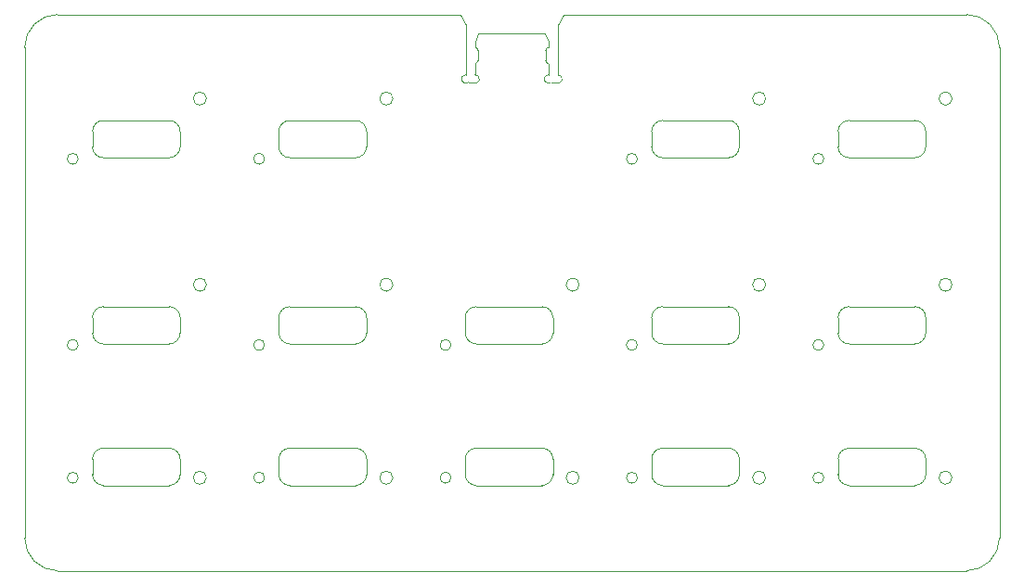
<source format=gbr>
%TF.GenerationSoftware,KiCad,Pcbnew,9.0.6*%
%TF.CreationDate,2025-12-18T00:43:42-05:00*%
%TF.ProjectId,secret-santa-2025,73656372-6574-42d7-9361-6e74612d3230,rev?*%
%TF.SameCoordinates,Original*%
%TF.FileFunction,Profile,NP*%
%FSLAX46Y46*%
G04 Gerber Fmt 4.6, Leading zero omitted, Abs format (unit mm)*
G04 Created by KiCad (PCBNEW 9.0.6) date 2025-12-18 00:43:42*
%MOMM*%
%LPD*%
G01*
G04 APERTURE LIST*
%TA.AperFunction,Profile*%
%ADD10C,0.050000*%
%TD*%
%TA.AperFunction,Profile*%
%ADD11C,0.100000*%
%TD*%
G04 APERTURE END LIST*
D10*
X142470000Y-101125000D02*
G75*
G02*
X139470000Y-104125000I-3000000J0D01*
G01*
X93300000Y-53330000D02*
X56570378Y-53325378D01*
X56570000Y-104125000D02*
G75*
G02*
X53570000Y-101125000I0J3000000D01*
G01*
X56570000Y-104125000D02*
X139470000Y-104125000D01*
X142470000Y-56324669D02*
X142470000Y-101125000D01*
X139470331Y-53324669D02*
G75*
G02*
X142469931Y-56324669I-331J-2999931D01*
G01*
X53570000Y-56325378D02*
X53570000Y-101125000D01*
X53570000Y-56325378D02*
G75*
G02*
X56570378Y-53325400I3000000J-22D01*
G01*
X102700000Y-53320609D02*
X139470331Y-53324669D01*
D11*
%TO.C,SW13*%
X110750000Y-95325000D02*
X110750000Y-93925000D01*
X111750000Y-92925000D02*
X117750000Y-92925000D01*
X117750000Y-96325000D02*
X111750000Y-96325000D01*
X118750000Y-93925000D02*
X118750000Y-95325000D01*
X110750000Y-93925000D02*
G75*
G02*
X111750000Y-92925000I999999J1D01*
G01*
X111750000Y-96325000D02*
G75*
G02*
X110750000Y-95325000I-1J999999D01*
G01*
X117750000Y-92925000D02*
G75*
G02*
X118750000Y-93925000I0J-1000000D01*
G01*
X118750000Y-95325000D02*
G75*
G02*
X117750000Y-96325000I-1000000J0D01*
G01*
X109455000Y-95625000D02*
G75*
G02*
X108455000Y-95625000I-500000J0D01*
G01*
X108455000Y-95625000D02*
G75*
G02*
X109455000Y-95625000I500000J0D01*
G01*
X121145000Y-95625000D02*
G75*
G02*
X119945000Y-95625000I-600000J0D01*
G01*
X119945000Y-95625000D02*
G75*
G02*
X121145000Y-95625000I600000J0D01*
G01*
%TO.C,SW11*%
X76750000Y-95325000D02*
X76750000Y-93925000D01*
X77750000Y-92925000D02*
X83750000Y-92925000D01*
X83750000Y-96325000D02*
X77750000Y-96325000D01*
X84750000Y-93925000D02*
X84750000Y-95325000D01*
X76750000Y-93925000D02*
G75*
G02*
X77750000Y-92925000I999999J1D01*
G01*
X77750000Y-96325000D02*
G75*
G02*
X76750000Y-95325000I-1J999999D01*
G01*
X83750000Y-92925000D02*
G75*
G02*
X84750000Y-93925000I0J-1000000D01*
G01*
X84750000Y-95325000D02*
G75*
G02*
X83750000Y-96325000I-1000000J0D01*
G01*
X75455000Y-95625000D02*
G75*
G02*
X74455000Y-95625000I-500000J0D01*
G01*
X74455000Y-95625000D02*
G75*
G02*
X75455000Y-95625000I500000J0D01*
G01*
X87145000Y-95625000D02*
G75*
G02*
X85945000Y-95625000I-600000J0D01*
G01*
X85945000Y-95625000D02*
G75*
G02*
X87145000Y-95625000I600000J0D01*
G01*
%TO.C,SW2*%
X76750000Y-65400000D02*
X76750000Y-64000000D01*
X77750000Y-63000000D02*
X83750000Y-63000000D01*
X83750000Y-66400000D02*
X77750000Y-66400000D01*
X84750000Y-64000000D02*
X84750000Y-65400000D01*
X76750000Y-64000000D02*
G75*
G02*
X77750000Y-63000000I999999J1D01*
G01*
X77750000Y-66400000D02*
G75*
G02*
X76750000Y-65400000I-1J999999D01*
G01*
X83750000Y-63000000D02*
G75*
G02*
X84750000Y-64000000I0J-1000000D01*
G01*
X84750000Y-65400000D02*
G75*
G02*
X83750000Y-66400000I-1000000J0D01*
G01*
X75450000Y-66500000D02*
G75*
G02*
X74450000Y-66500000I-500000J0D01*
G01*
X74450000Y-66500000D02*
G75*
G02*
X75450000Y-66500000I500000J0D01*
G01*
X87150000Y-61000000D02*
G75*
G02*
X85950000Y-61000000I-600000J0D01*
G01*
X85950000Y-61000000D02*
G75*
G02*
X87150000Y-61000000I600000J0D01*
G01*
%TO.C,SW5*%
X59750000Y-82400000D02*
X59750000Y-81000000D01*
X60750000Y-80000000D02*
X66750000Y-80000000D01*
X66750000Y-83400000D02*
X60750000Y-83400000D01*
X67750000Y-81000000D02*
X67750000Y-82400000D01*
X59750000Y-81000000D02*
G75*
G02*
X60750000Y-80000000I999999J1D01*
G01*
X60750000Y-83400000D02*
G75*
G02*
X59750000Y-82400000I-1J999999D01*
G01*
X66750000Y-80000000D02*
G75*
G02*
X67750000Y-81000000I0J-1000000D01*
G01*
X67750000Y-82400000D02*
G75*
G02*
X66750000Y-83400000I-1000000J0D01*
G01*
X58450000Y-83500000D02*
G75*
G02*
X57450000Y-83500000I-500000J0D01*
G01*
X57450000Y-83500000D02*
G75*
G02*
X58450000Y-83500000I500000J0D01*
G01*
X70150000Y-78000000D02*
G75*
G02*
X68950000Y-78000000I-600000J0D01*
G01*
X68950000Y-78000000D02*
G75*
G02*
X70150000Y-78000000I600000J0D01*
G01*
%TO.C,SW4*%
X127750000Y-65400000D02*
X127750000Y-64000000D01*
X128750000Y-63000000D02*
X134750000Y-63000000D01*
X134750000Y-66400000D02*
X128750000Y-66400000D01*
X135750000Y-64000000D02*
X135750000Y-65400000D01*
X127750000Y-64000000D02*
G75*
G02*
X128750000Y-63000000I999999J1D01*
G01*
X128750000Y-66400000D02*
G75*
G02*
X127750000Y-65400000I-1J999999D01*
G01*
X134750000Y-63000000D02*
G75*
G02*
X135750000Y-64000000I0J-1000000D01*
G01*
X135750000Y-65400000D02*
G75*
G02*
X134750000Y-66400000I-1000000J0D01*
G01*
X126450000Y-66500000D02*
G75*
G02*
X125450000Y-66500000I-500000J0D01*
G01*
X125450000Y-66500000D02*
G75*
G02*
X126450000Y-66500000I500000J0D01*
G01*
X138150000Y-61000000D02*
G75*
G02*
X136950000Y-61000000I-600000J0D01*
G01*
X136950000Y-61000000D02*
G75*
G02*
X138150000Y-61000000I600000J0D01*
G01*
%TO.C,J1*%
X93800000Y-54320609D02*
X93300000Y-53320609D01*
X93800000Y-58819610D02*
X93800000Y-54320609D01*
X94062991Y-59520609D02*
X94390001Y-59520609D01*
X94655000Y-55820609D02*
X94655000Y-56320611D01*
X94655000Y-55820609D02*
X94955000Y-55070609D01*
X94655000Y-57820607D02*
X94655000Y-58820609D01*
X94904000Y-56611899D02*
X94904000Y-57529010D01*
X94955000Y-55070609D02*
X101045000Y-55070609D01*
X101096000Y-56612159D02*
X101096000Y-57529319D01*
X101345000Y-55820609D02*
X101045000Y-55070609D01*
X101345000Y-55820609D02*
X101345000Y-56320647D01*
X101345000Y-57820607D02*
X101345000Y-58820609D01*
X101937009Y-59520609D02*
X101609999Y-59520609D01*
X102200000Y-54320609D02*
X102700000Y-53320609D01*
X102200000Y-58819610D02*
X102200000Y-54320609D01*
X94062991Y-59520609D02*
G75*
G02*
X93800000Y-58819610I-263148J301108D01*
G01*
X94655000Y-56320611D02*
G75*
G02*
X94903999Y-56611899I-45880J-291288D01*
G01*
X94655000Y-58820609D02*
G75*
G02*
X94392010Y-59521608I157J-399891D01*
G01*
X94904000Y-57529010D02*
G75*
G02*
X94655000Y-57820570I-295140J-49D01*
G01*
X101096000Y-56612159D02*
G75*
G02*
X101345000Y-56320648I295140J0D01*
G01*
X101345000Y-57820607D02*
G75*
G02*
X101096001Y-57529319I45880J291288D01*
G01*
X101607990Y-59521608D02*
G75*
G02*
X101345000Y-58820610I-263147J301108D01*
G01*
X102200000Y-58819610D02*
G75*
G02*
X101937009Y-59520609I157J-399891D01*
G01*
%TO.C,SW10*%
X59750000Y-95325000D02*
X59750000Y-93925000D01*
X60750000Y-92925000D02*
X66750000Y-92925000D01*
X66750000Y-96325000D02*
X60750000Y-96325000D01*
X67750000Y-93925000D02*
X67750000Y-95325000D01*
X59750000Y-93925000D02*
G75*
G02*
X60750000Y-92925000I999999J1D01*
G01*
X60750000Y-96325000D02*
G75*
G02*
X59750000Y-95325000I-1J999999D01*
G01*
X66750000Y-92925000D02*
G75*
G02*
X67750000Y-93925000I0J-1000000D01*
G01*
X67750000Y-95325000D02*
G75*
G02*
X66750000Y-96325000I-1000000J0D01*
G01*
X58455000Y-95625000D02*
G75*
G02*
X57455000Y-95625000I-500000J0D01*
G01*
X57455000Y-95625000D02*
G75*
G02*
X58455000Y-95625000I500000J0D01*
G01*
X70145000Y-95625000D02*
G75*
G02*
X68945000Y-95625000I-600000J0D01*
G01*
X68945000Y-95625000D02*
G75*
G02*
X70145000Y-95625000I600000J0D01*
G01*
%TO.C,SW1*%
X59750000Y-65400000D02*
X59750000Y-64000000D01*
X60750000Y-63000000D02*
X66750000Y-63000000D01*
X66750000Y-66400000D02*
X60750000Y-66400000D01*
X67750000Y-64000000D02*
X67750000Y-65400000D01*
X59750000Y-64000000D02*
G75*
G02*
X60750000Y-63000000I999999J1D01*
G01*
X60750000Y-66400000D02*
G75*
G02*
X59750000Y-65400000I-1J999999D01*
G01*
X66750000Y-63000000D02*
G75*
G02*
X67750000Y-64000000I0J-1000000D01*
G01*
X67750000Y-65400000D02*
G75*
G02*
X66750000Y-66400000I-1000000J0D01*
G01*
X58450000Y-66500000D02*
G75*
G02*
X57450000Y-66500000I-500000J0D01*
G01*
X57450000Y-66500000D02*
G75*
G02*
X58450000Y-66500000I500000J0D01*
G01*
X70150000Y-61000000D02*
G75*
G02*
X68950000Y-61000000I-600000J0D01*
G01*
X68950000Y-61000000D02*
G75*
G02*
X70150000Y-61000000I600000J0D01*
G01*
%TO.C,SW14*%
X127750000Y-95325000D02*
X127750000Y-93925000D01*
X128750000Y-92925000D02*
X134750000Y-92925000D01*
X134750000Y-96325000D02*
X128750000Y-96325000D01*
X135750000Y-93925000D02*
X135750000Y-95325000D01*
X127750000Y-93925000D02*
G75*
G02*
X128750000Y-92925000I999999J1D01*
G01*
X128750000Y-96325000D02*
G75*
G02*
X127750000Y-95325000I-1J999999D01*
G01*
X134750000Y-92925000D02*
G75*
G02*
X135750000Y-93925000I0J-1000000D01*
G01*
X135750000Y-95325000D02*
G75*
G02*
X134750000Y-96325000I-1000000J0D01*
G01*
X126455000Y-95625000D02*
G75*
G02*
X125455000Y-95625000I-500000J0D01*
G01*
X125455000Y-95625000D02*
G75*
G02*
X126455000Y-95625000I500000J0D01*
G01*
X138145000Y-95625000D02*
G75*
G02*
X136945000Y-95625000I-600000J0D01*
G01*
X136945000Y-95625000D02*
G75*
G02*
X138145000Y-95625000I600000J0D01*
G01*
%TO.C,SW6*%
X76750000Y-82400000D02*
X76750000Y-81000000D01*
X77750000Y-80000000D02*
X83750000Y-80000000D01*
X83750000Y-83400000D02*
X77750000Y-83400000D01*
X84750000Y-81000000D02*
X84750000Y-82400000D01*
X76750000Y-81000000D02*
G75*
G02*
X77750000Y-80000000I999999J1D01*
G01*
X77750000Y-83400000D02*
G75*
G02*
X76750000Y-82400000I-1J999999D01*
G01*
X83750000Y-80000000D02*
G75*
G02*
X84750000Y-81000000I0J-1000000D01*
G01*
X84750000Y-82400000D02*
G75*
G02*
X83750000Y-83400000I-1000000J0D01*
G01*
X75450000Y-83500000D02*
G75*
G02*
X74450000Y-83500000I-500000J0D01*
G01*
X74450000Y-83500000D02*
G75*
G02*
X75450000Y-83500000I500000J0D01*
G01*
X87150000Y-78000000D02*
G75*
G02*
X85950000Y-78000000I-600000J0D01*
G01*
X85950000Y-78000000D02*
G75*
G02*
X87150000Y-78000000I600000J0D01*
G01*
%TO.C,SW9*%
X127750000Y-82400000D02*
X127750000Y-81000000D01*
X128750000Y-80000000D02*
X134750000Y-80000000D01*
X134750000Y-83400000D02*
X128750000Y-83400000D01*
X135750000Y-81000000D02*
X135750000Y-82400000D01*
X127750000Y-81000000D02*
G75*
G02*
X128750000Y-80000000I999999J1D01*
G01*
X128750000Y-83400000D02*
G75*
G02*
X127750000Y-82400000I-1J999999D01*
G01*
X134750000Y-80000000D02*
G75*
G02*
X135750000Y-81000000I0J-1000000D01*
G01*
X135750000Y-82400000D02*
G75*
G02*
X134750000Y-83400000I-1000000J0D01*
G01*
X126450000Y-83500000D02*
G75*
G02*
X125450000Y-83500000I-500000J0D01*
G01*
X125450000Y-83500000D02*
G75*
G02*
X126450000Y-83500000I500000J0D01*
G01*
X138150000Y-78000000D02*
G75*
G02*
X136950000Y-78000000I-600000J0D01*
G01*
X136950000Y-78000000D02*
G75*
G02*
X138150000Y-78000000I600000J0D01*
G01*
%TO.C,SW7*%
X93750000Y-82400000D02*
X93750000Y-81000000D01*
X94750000Y-80000000D02*
X100750000Y-80000000D01*
X100750000Y-83400000D02*
X94750000Y-83400000D01*
X101750000Y-81000000D02*
X101750000Y-82400000D01*
X93750000Y-81000000D02*
G75*
G02*
X94750000Y-80000000I999999J1D01*
G01*
X94750000Y-83400000D02*
G75*
G02*
X93750000Y-82400000I-1J999999D01*
G01*
X100750000Y-80000000D02*
G75*
G02*
X101750000Y-81000000I0J-1000000D01*
G01*
X101750000Y-82400000D02*
G75*
G02*
X100750000Y-83400000I-1000000J0D01*
G01*
X92450000Y-83500000D02*
G75*
G02*
X91450000Y-83500000I-500000J0D01*
G01*
X91450000Y-83500000D02*
G75*
G02*
X92450000Y-83500000I500000J0D01*
G01*
X104150000Y-78000000D02*
G75*
G02*
X102950000Y-78000000I-600000J0D01*
G01*
X102950000Y-78000000D02*
G75*
G02*
X104150000Y-78000000I600000J0D01*
G01*
%TO.C,SW3*%
X110750000Y-65400000D02*
X110750000Y-64000000D01*
X111750000Y-63000000D02*
X117750000Y-63000000D01*
X117750000Y-66400000D02*
X111750000Y-66400000D01*
X118750000Y-64000000D02*
X118750000Y-65400000D01*
X110750000Y-64000000D02*
G75*
G02*
X111750000Y-63000000I999999J1D01*
G01*
X111750000Y-66400000D02*
G75*
G02*
X110750000Y-65400000I-1J999999D01*
G01*
X117750000Y-63000000D02*
G75*
G02*
X118750000Y-64000000I0J-1000000D01*
G01*
X118750000Y-65400000D02*
G75*
G02*
X117750000Y-66400000I-1000000J0D01*
G01*
X109450000Y-66500000D02*
G75*
G02*
X108450000Y-66500000I-500000J0D01*
G01*
X108450000Y-66500000D02*
G75*
G02*
X109450000Y-66500000I500000J0D01*
G01*
X121150000Y-61000000D02*
G75*
G02*
X119950000Y-61000000I-600000J0D01*
G01*
X119950000Y-61000000D02*
G75*
G02*
X121150000Y-61000000I600000J0D01*
G01*
%TO.C,SW8*%
X110750000Y-82400000D02*
X110750000Y-81000000D01*
X111750000Y-80000000D02*
X117750000Y-80000000D01*
X117750000Y-83400000D02*
X111750000Y-83400000D01*
X118750000Y-81000000D02*
X118750000Y-82400000D01*
X110750000Y-81000000D02*
G75*
G02*
X111750000Y-80000000I999999J1D01*
G01*
X111750000Y-83400000D02*
G75*
G02*
X110750000Y-82400000I-1J999999D01*
G01*
X117750000Y-80000000D02*
G75*
G02*
X118750000Y-81000000I0J-1000000D01*
G01*
X118750000Y-82400000D02*
G75*
G02*
X117750000Y-83400000I-1000000J0D01*
G01*
X109450000Y-83500000D02*
G75*
G02*
X108450000Y-83500000I-500000J0D01*
G01*
X108450000Y-83500000D02*
G75*
G02*
X109450000Y-83500000I500000J0D01*
G01*
X121150000Y-78000000D02*
G75*
G02*
X119950000Y-78000000I-600000J0D01*
G01*
X119950000Y-78000000D02*
G75*
G02*
X121150000Y-78000000I600000J0D01*
G01*
%TO.C,SW12*%
X93750000Y-95325000D02*
X93750000Y-93925000D01*
X94750000Y-92925000D02*
X100750000Y-92925000D01*
X100750000Y-96325000D02*
X94750000Y-96325000D01*
X101750000Y-93925000D02*
X101750000Y-95325000D01*
X93750000Y-93925000D02*
G75*
G02*
X94750000Y-92925000I999999J1D01*
G01*
X94750000Y-96325000D02*
G75*
G02*
X93750000Y-95325000I-1J999999D01*
G01*
X100750000Y-92925000D02*
G75*
G02*
X101750000Y-93925000I0J-1000000D01*
G01*
X101750000Y-95325000D02*
G75*
G02*
X100750000Y-96325000I-1000000J0D01*
G01*
X92455000Y-95625000D02*
G75*
G02*
X91455000Y-95625000I-500000J0D01*
G01*
X91455000Y-95625000D02*
G75*
G02*
X92455000Y-95625000I500000J0D01*
G01*
X104145000Y-95625000D02*
G75*
G02*
X102945000Y-95625000I-600000J0D01*
G01*
X102945000Y-95625000D02*
G75*
G02*
X104145000Y-95625000I600000J0D01*
G01*
%TD*%
M02*

</source>
